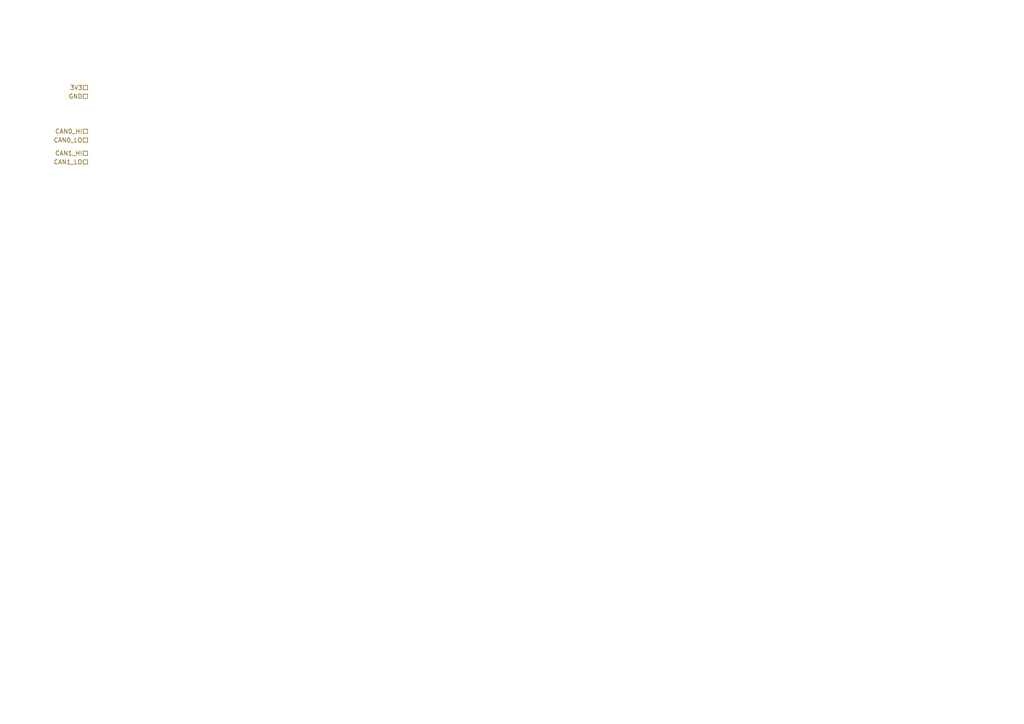
<source format=kicad_sch>
(kicad_sch
	(version 20250114)
	(generator "eeschema")
	(generator_version "9.0")
	(uuid "075b411e-5b5d-41e9-bc01-183aff779489")
	(paper "A4")
	(lib_symbols)
	(hierarchical_label "CAN0_HI"
		(shape passive)
		(at 25.4 38.1 180)
		(effects
			(font
				(size 1.27 1.27)
			)
			(justify right)
		)
		(uuid "197a1027-b424-4b5a-a18e-b616d478d2b5")
	)
	(hierarchical_label "CAN0_LO"
		(shape passive)
		(at 25.4 40.64 180)
		(effects
			(font
				(size 1.27 1.27)
			)
			(justify right)
		)
		(uuid "1bbd9afb-e8df-412d-981e-f59fdd337030")
	)
	(hierarchical_label "GND"
		(shape passive)
		(at 25.4 27.94 180)
		(effects
			(font
				(size 1.27 1.27)
			)
			(justify right)
		)
		(uuid "5b3f7573-ff20-47ad-ad9a-8a33e5adcf6a")
	)
	(hierarchical_label "3V3"
		(shape passive)
		(at 25.4 25.4 180)
		(effects
			(font
				(size 1.27 1.27)
			)
			(justify right)
		)
		(uuid "78210847-3f3a-4de6-9291-a5d9099342c3")
	)
	(hierarchical_label "CAN1_HI"
		(shape passive)
		(at 25.4 44.45 180)
		(effects
			(font
				(size 1.27 1.27)
			)
			(justify right)
		)
		(uuid "a92369a3-5dec-4c87-b41b-e41162cae861")
	)
	(hierarchical_label "CAN1_LO"
		(shape passive)
		(at 25.4 46.99 180)
		(effects
			(font
				(size 1.27 1.27)
			)
			(justify right)
		)
		(uuid "b8572120-95f8-411a-bb80-95f36a02860c")
	)
)

</source>
